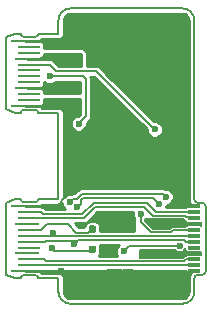
<source format=gtl>
G04 #@! TF.GenerationSoftware,KiCad,Pcbnew,5.0.1*
G04 #@! TF.CreationDate,2018-12-03T20:07:42+01:00*
G04 #@! TF.ProjectId,pd-buddy-wye,70642D62756464792D7779652E6B6963,v1.2*
G04 #@! TF.SameCoordinates,Original*
G04 #@! TF.FileFunction,Copper,L1,Top,Signal*
G04 #@! TF.FilePolarity,Positive*
%FSLAX46Y46*%
G04 Gerber Fmt 4.6, Leading zero omitted, Abs format (unit mm)*
G04 Created by KiCad (PCBNEW 5.0.1) date Mo 03 Dez 2018 20:07:42 CET*
%MOMM*%
%LPD*%
G01*
G04 APERTURE LIST*
G04 #@! TA.AperFunction,NonConductor*
%ADD10C,0.150000*%
G04 #@! TD*
G04 #@! TA.AperFunction,Conductor*
%ADD11C,0.100000*%
G04 #@! TD*
G04 #@! TA.AperFunction,SMDPad,CuDef*
%ADD12C,0.590000*%
G04 #@! TD*
G04 #@! TA.AperFunction,SMDPad,CuDef*
%ADD13R,1.000000X0.340000*%
G04 #@! TD*
G04 #@! TA.AperFunction,SMDPad,CuDef*
%ADD14R,1.150000X0.700000*%
G04 #@! TD*
G04 #@! TA.AperFunction,SMDPad,CuDef*
%ADD15R,0.500000X0.500000*%
G04 #@! TD*
G04 #@! TA.AperFunction,ConnectorPad*
%ADD16R,1.830000X0.250000*%
G04 #@! TD*
G04 #@! TA.AperFunction,ConnectorPad*
%ADD17R,2.380000X0.250000*%
G04 #@! TD*
G04 #@! TA.AperFunction,ConnectorPad*
%ADD18R,2.030000X0.250000*%
G04 #@! TD*
G04 #@! TA.AperFunction,ComponentPad*
%ADD19C,6.400000*%
G04 #@! TD*
G04 #@! TA.AperFunction,ComponentPad*
%ADD20C,0.600000*%
G04 #@! TD*
G04 #@! TA.AperFunction,ViaPad*
%ADD21C,0.700000*%
G04 #@! TD*
G04 #@! TA.AperFunction,ViaPad*
%ADD22C,0.600000*%
G04 #@! TD*
G04 #@! TA.AperFunction,Conductor*
%ADD23C,0.250000*%
G04 #@! TD*
G04 #@! TA.AperFunction,Conductor*
%ADD24C,0.160000*%
G04 #@! TD*
G04 #@! TA.AperFunction,Conductor*
%ADD25C,0.254000*%
G04 #@! TD*
G04 #@! TA.AperFunction,Conductor*
%ADD26C,0.127000*%
G04 #@! TD*
G04 APERTURE END LIST*
D10*
X30900000Y-22550000D02*
X30900000Y-15500000D01*
X30900000Y-38550000D02*
X30900000Y-37400000D01*
X17700000Y-30700000D02*
G75*
G02X17450000Y-30950000I-250000J0D01*
G01*
X16450000Y-30950000D02*
G75*
G02X16200000Y-30700000I0J250000D01*
G01*
X16200000Y-37400000D02*
G75*
G02X16450000Y-37150000I250000J0D01*
G01*
X17450000Y-37150000D02*
G75*
G02X17700000Y-37400000I0J-250000D01*
G01*
X17450000Y-23150000D02*
G75*
G02X17700000Y-23400000I0J-250000D01*
G01*
X16200000Y-23400000D02*
G75*
G02X16450000Y-23150000I250000J0D01*
G01*
X16450000Y-16950000D02*
G75*
G02X16200000Y-16700000I0J250000D01*
G01*
X17700000Y-16700000D02*
G75*
G02X17450000Y-16950000I-250000J0D01*
G01*
X19400000Y-37400000D02*
X19400000Y-38550000D01*
X17700000Y-37400000D02*
X19400000Y-37400000D01*
X16450000Y-37150000D02*
X17450000Y-37150000D01*
X15700000Y-37400000D02*
X16200000Y-37400000D01*
X14950000Y-37100000D02*
X15700000Y-37400000D01*
X14950000Y-31000000D02*
X14950000Y-37100000D01*
X15700000Y-30700000D02*
X14950000Y-31000000D01*
X16200000Y-30700000D02*
X15700000Y-30700000D01*
X17450000Y-30950000D02*
X16450000Y-30950000D01*
X19400000Y-30700000D02*
X17700000Y-30700000D01*
X19400000Y-23400000D02*
X19400000Y-30700000D01*
X17700000Y-23400000D02*
X19400000Y-23400000D01*
X16450000Y-23150000D02*
X17450000Y-23150000D01*
X15700000Y-23400000D02*
X16200000Y-23400000D01*
X14950000Y-23100000D02*
X15700000Y-23400000D01*
X14950000Y-17000000D02*
X14950000Y-23100000D01*
X15700000Y-16700000D02*
X14950000Y-17000000D01*
X16200000Y-16700000D02*
X15700000Y-16700000D01*
X17450000Y-16950000D02*
X16450000Y-16950000D01*
X19400000Y-16700000D02*
X17700000Y-16700000D01*
X19400000Y-15550000D02*
X19400000Y-16700000D01*
X31200000Y-31000000D02*
X31560000Y-31000000D01*
X30900000Y-30700000D02*
G75*
G03X31200000Y-31000000I300000J0D01*
G01*
X31860000Y-31300000D02*
X31860000Y-36800000D01*
X31860000Y-31300000D02*
G75*
G03X31560000Y-31000000I-300000J0D01*
G01*
X31560000Y-37100000D02*
X31200000Y-37100000D01*
X31560000Y-37100000D02*
G75*
G03X31860000Y-36800000I0J300000D01*
G01*
X31200000Y-37100000D02*
G75*
G03X30900000Y-37400000I0J-300000D01*
G01*
X30900000Y-15550000D02*
G75*
G03X29900000Y-14550000I-1000000J0D01*
G01*
X20400000Y-14550000D02*
G75*
G03X19400000Y-15550000I0J-1000000D01*
G01*
X19400000Y-38550000D02*
G75*
G03X20400000Y-39550000I1000000J0D01*
G01*
X29900000Y-39550000D02*
G75*
G03X30900000Y-38550000I0J1000000D01*
G01*
X20400000Y-39550000D02*
X29900000Y-39550000D01*
X29900000Y-14550000D02*
X20400000Y-14550000D01*
X30900000Y-30700000D02*
X30900000Y-22550000D01*
D11*
G04 #@! TO.N,/CC2D*
G04 #@! TO.C,R2*
G36*
X22426958Y-34630710D02*
X22441276Y-34632834D01*
X22455317Y-34636351D01*
X22468946Y-34641228D01*
X22482031Y-34647417D01*
X22494447Y-34654858D01*
X22506073Y-34663481D01*
X22516798Y-34673202D01*
X22526519Y-34683927D01*
X22535142Y-34695553D01*
X22542583Y-34707969D01*
X22548772Y-34721054D01*
X22553649Y-34734683D01*
X22557166Y-34748724D01*
X22559290Y-34763042D01*
X22560000Y-34777500D01*
X22560000Y-35122500D01*
X22559290Y-35136958D01*
X22557166Y-35151276D01*
X22553649Y-35165317D01*
X22548772Y-35178946D01*
X22542583Y-35192031D01*
X22535142Y-35204447D01*
X22526519Y-35216073D01*
X22516798Y-35226798D01*
X22506073Y-35236519D01*
X22494447Y-35245142D01*
X22482031Y-35252583D01*
X22468946Y-35258772D01*
X22455317Y-35263649D01*
X22441276Y-35267166D01*
X22426958Y-35269290D01*
X22412500Y-35270000D01*
X22117500Y-35270000D01*
X22103042Y-35269290D01*
X22088724Y-35267166D01*
X22074683Y-35263649D01*
X22061054Y-35258772D01*
X22047969Y-35252583D01*
X22035553Y-35245142D01*
X22023927Y-35236519D01*
X22013202Y-35226798D01*
X22003481Y-35216073D01*
X21994858Y-35204447D01*
X21987417Y-35192031D01*
X21981228Y-35178946D01*
X21976351Y-35165317D01*
X21972834Y-35151276D01*
X21970710Y-35136958D01*
X21970000Y-35122500D01*
X21970000Y-34777500D01*
X21970710Y-34763042D01*
X21972834Y-34748724D01*
X21976351Y-34734683D01*
X21981228Y-34721054D01*
X21987417Y-34707969D01*
X21994858Y-34695553D01*
X22003481Y-34683927D01*
X22013202Y-34673202D01*
X22023927Y-34663481D01*
X22035553Y-34654858D01*
X22047969Y-34647417D01*
X22061054Y-34641228D01*
X22074683Y-34636351D01*
X22088724Y-34632834D01*
X22103042Y-34630710D01*
X22117500Y-34630000D01*
X22412500Y-34630000D01*
X22426958Y-34630710D01*
X22426958Y-34630710D01*
G37*
D12*
G04 #@! TD*
G04 #@! TO.P,R2,2*
G04 #@! TO.N,/CC2D*
X22265000Y-34950000D03*
D11*
G04 #@! TO.N,GND*
G04 #@! TO.C,R2*
G36*
X23396958Y-34630710D02*
X23411276Y-34632834D01*
X23425317Y-34636351D01*
X23438946Y-34641228D01*
X23452031Y-34647417D01*
X23464447Y-34654858D01*
X23476073Y-34663481D01*
X23486798Y-34673202D01*
X23496519Y-34683927D01*
X23505142Y-34695553D01*
X23512583Y-34707969D01*
X23518772Y-34721054D01*
X23523649Y-34734683D01*
X23527166Y-34748724D01*
X23529290Y-34763042D01*
X23530000Y-34777500D01*
X23530000Y-35122500D01*
X23529290Y-35136958D01*
X23527166Y-35151276D01*
X23523649Y-35165317D01*
X23518772Y-35178946D01*
X23512583Y-35192031D01*
X23505142Y-35204447D01*
X23496519Y-35216073D01*
X23486798Y-35226798D01*
X23476073Y-35236519D01*
X23464447Y-35245142D01*
X23452031Y-35252583D01*
X23438946Y-35258772D01*
X23425317Y-35263649D01*
X23411276Y-35267166D01*
X23396958Y-35269290D01*
X23382500Y-35270000D01*
X23087500Y-35270000D01*
X23073042Y-35269290D01*
X23058724Y-35267166D01*
X23044683Y-35263649D01*
X23031054Y-35258772D01*
X23017969Y-35252583D01*
X23005553Y-35245142D01*
X22993927Y-35236519D01*
X22983202Y-35226798D01*
X22973481Y-35216073D01*
X22964858Y-35204447D01*
X22957417Y-35192031D01*
X22951228Y-35178946D01*
X22946351Y-35165317D01*
X22942834Y-35151276D01*
X22940710Y-35136958D01*
X22940000Y-35122500D01*
X22940000Y-34777500D01*
X22940710Y-34763042D01*
X22942834Y-34748724D01*
X22946351Y-34734683D01*
X22951228Y-34721054D01*
X22957417Y-34707969D01*
X22964858Y-34695553D01*
X22973481Y-34683927D01*
X22983202Y-34673202D01*
X22993927Y-34663481D01*
X23005553Y-34654858D01*
X23017969Y-34647417D01*
X23031054Y-34641228D01*
X23044683Y-34636351D01*
X23058724Y-34632834D01*
X23073042Y-34630710D01*
X23087500Y-34630000D01*
X23382500Y-34630000D01*
X23396958Y-34630710D01*
X23396958Y-34630710D01*
G37*
D12*
G04 #@! TD*
G04 #@! TO.P,R2,1*
G04 #@! TO.N,GND*
X23235000Y-34950000D03*
D11*
G04 #@! TO.N,/CC1D*
G04 #@! TO.C,R1*
G36*
X22426958Y-32930710D02*
X22441276Y-32932834D01*
X22455317Y-32936351D01*
X22468946Y-32941228D01*
X22482031Y-32947417D01*
X22494447Y-32954858D01*
X22506073Y-32963481D01*
X22516798Y-32973202D01*
X22526519Y-32983927D01*
X22535142Y-32995553D01*
X22542583Y-33007969D01*
X22548772Y-33021054D01*
X22553649Y-33034683D01*
X22557166Y-33048724D01*
X22559290Y-33063042D01*
X22560000Y-33077500D01*
X22560000Y-33422500D01*
X22559290Y-33436958D01*
X22557166Y-33451276D01*
X22553649Y-33465317D01*
X22548772Y-33478946D01*
X22542583Y-33492031D01*
X22535142Y-33504447D01*
X22526519Y-33516073D01*
X22516798Y-33526798D01*
X22506073Y-33536519D01*
X22494447Y-33545142D01*
X22482031Y-33552583D01*
X22468946Y-33558772D01*
X22455317Y-33563649D01*
X22441276Y-33567166D01*
X22426958Y-33569290D01*
X22412500Y-33570000D01*
X22117500Y-33570000D01*
X22103042Y-33569290D01*
X22088724Y-33567166D01*
X22074683Y-33563649D01*
X22061054Y-33558772D01*
X22047969Y-33552583D01*
X22035553Y-33545142D01*
X22023927Y-33536519D01*
X22013202Y-33526798D01*
X22003481Y-33516073D01*
X21994858Y-33504447D01*
X21987417Y-33492031D01*
X21981228Y-33478946D01*
X21976351Y-33465317D01*
X21972834Y-33451276D01*
X21970710Y-33436958D01*
X21970000Y-33422500D01*
X21970000Y-33077500D01*
X21970710Y-33063042D01*
X21972834Y-33048724D01*
X21976351Y-33034683D01*
X21981228Y-33021054D01*
X21987417Y-33007969D01*
X21994858Y-32995553D01*
X22003481Y-32983927D01*
X22013202Y-32973202D01*
X22023927Y-32963481D01*
X22035553Y-32954858D01*
X22047969Y-32947417D01*
X22061054Y-32941228D01*
X22074683Y-32936351D01*
X22088724Y-32932834D01*
X22103042Y-32930710D01*
X22117500Y-32930000D01*
X22412500Y-32930000D01*
X22426958Y-32930710D01*
X22426958Y-32930710D01*
G37*
D12*
G04 #@! TD*
G04 #@! TO.P,R1,1*
G04 #@! TO.N,/CC1D*
X22265000Y-33250000D03*
D11*
G04 #@! TO.N,GND*
G04 #@! TO.C,R1*
G36*
X23396958Y-32930710D02*
X23411276Y-32932834D01*
X23425317Y-32936351D01*
X23438946Y-32941228D01*
X23452031Y-32947417D01*
X23464447Y-32954858D01*
X23476073Y-32963481D01*
X23486798Y-32973202D01*
X23496519Y-32983927D01*
X23505142Y-32995553D01*
X23512583Y-33007969D01*
X23518772Y-33021054D01*
X23523649Y-33034683D01*
X23527166Y-33048724D01*
X23529290Y-33063042D01*
X23530000Y-33077500D01*
X23530000Y-33422500D01*
X23529290Y-33436958D01*
X23527166Y-33451276D01*
X23523649Y-33465317D01*
X23518772Y-33478946D01*
X23512583Y-33492031D01*
X23505142Y-33504447D01*
X23496519Y-33516073D01*
X23486798Y-33526798D01*
X23476073Y-33536519D01*
X23464447Y-33545142D01*
X23452031Y-33552583D01*
X23438946Y-33558772D01*
X23425317Y-33563649D01*
X23411276Y-33567166D01*
X23396958Y-33569290D01*
X23382500Y-33570000D01*
X23087500Y-33570000D01*
X23073042Y-33569290D01*
X23058724Y-33567166D01*
X23044683Y-33563649D01*
X23031054Y-33558772D01*
X23017969Y-33552583D01*
X23005553Y-33545142D01*
X22993927Y-33536519D01*
X22983202Y-33526798D01*
X22973481Y-33516073D01*
X22964858Y-33504447D01*
X22957417Y-33492031D01*
X22951228Y-33478946D01*
X22946351Y-33465317D01*
X22942834Y-33451276D01*
X22940710Y-33436958D01*
X22940000Y-33422500D01*
X22940000Y-33077500D01*
X22940710Y-33063042D01*
X22942834Y-33048724D01*
X22946351Y-33034683D01*
X22951228Y-33021054D01*
X22957417Y-33007969D01*
X22964858Y-32995553D01*
X22973481Y-32983927D01*
X22983202Y-32973202D01*
X22993927Y-32963481D01*
X23005553Y-32954858D01*
X23017969Y-32947417D01*
X23031054Y-32941228D01*
X23044683Y-32936351D01*
X23058724Y-32932834D01*
X23073042Y-32930710D01*
X23087500Y-32930000D01*
X23382500Y-32930000D01*
X23396958Y-32930710D01*
X23396958Y-32930710D01*
G37*
D12*
G04 #@! TD*
G04 #@! TO.P,R1,2*
G04 #@! TO.N,GND*
X23235000Y-33250000D03*
D13*
G04 #@! TO.P,P1,A1*
G04 #@! TO.N,GND*
X30860000Y-31300000D03*
G04 #@! TO.P,P1,A2*
G04 #@! TO.N,/TX1+*
X30860000Y-31800000D03*
G04 #@! TO.P,P1,A3*
G04 #@! TO.N,/TX1-*
X30860000Y-32300000D03*
G04 #@! TO.P,P1,A4*
G04 #@! TO.N,VBUS*
X30860000Y-32800000D03*
G04 #@! TO.P,P1,A5*
G04 #@! TO.N,/CC1P*
X30860000Y-33300000D03*
G04 #@! TO.P,P1,A6*
G04 #@! TO.N,/D+*
X30860000Y-33800000D03*
G04 #@! TO.P,P1,A7*
G04 #@! TO.N,/D-*
X30860000Y-34300000D03*
G04 #@! TO.P,P1,A8*
G04 #@! TO.N,Net-(P1-PadA8)*
X30860000Y-34800000D03*
G04 #@! TO.P,P1,A9*
G04 #@! TO.N,VBUS*
X30860000Y-35300000D03*
G04 #@! TO.P,P1,A10*
G04 #@! TO.N,/RX2-*
X30860000Y-35800000D03*
G04 #@! TO.P,P1,A11*
G04 #@! TO.N,/RX2+*
X30860000Y-36300000D03*
G04 #@! TO.P,P1,A12*
G04 #@! TO.N,GND*
X30860000Y-36800000D03*
D14*
G04 #@! TO.P,P1,S1*
X30020000Y-30630000D03*
G04 #@! TD*
D15*
G04 #@! TO.P,J2,S1*
G04 #@! TO.N,GND*
X19650000Y-31300000D03*
D16*
G04 #@! TO.P,J2,A7*
G04 #@! TO.N,/D-*
X16865000Y-34300000D03*
G04 #@! TO.P,J2,A6*
G04 #@! TO.N,/D+*
X16865000Y-33800000D03*
G04 #@! TO.P,J2,A5*
G04 #@! TO.N,/CC1D*
X16865000Y-33300000D03*
G04 #@! TO.P,J2,A8*
G04 #@! TO.N,Net-(J2-PadA8)*
X16865000Y-34800000D03*
G04 #@! TO.P,J2,A3*
G04 #@! TO.N,/TX1-*
X16865000Y-32300000D03*
G04 #@! TO.P,J2,A2*
G04 #@! TO.N,/TX1+*
X16865000Y-31800000D03*
G04 #@! TO.P,J2,A10*
G04 #@! TO.N,/RX2-*
X16865000Y-35800000D03*
G04 #@! TO.P,J2,A11*
G04 #@! TO.N,/RX2+*
X16865000Y-36300000D03*
D17*
G04 #@! TO.P,J2,A1*
G04 #@! TO.N,GND*
X16590000Y-31300000D03*
D18*
G04 #@! TO.P,J2,A4*
G04 #@! TO.N,VBUS*
X16765000Y-32800000D03*
G04 #@! TO.P,J2,A9*
X16765000Y-35300000D03*
D15*
G04 #@! TO.P,J2,S1*
G04 #@! TO.N,GND*
X19650000Y-36800000D03*
D17*
G04 #@! TO.P,J2,A12*
X16590000Y-36800000D03*
G04 #@! TD*
G04 #@! TO.P,J1,A12*
G04 #@! TO.N,GND*
X16590000Y-22800000D03*
D15*
G04 #@! TO.P,J1,S1*
X19650000Y-22800000D03*
D18*
G04 #@! TO.P,J1,A9*
G04 #@! TO.N,VBUS*
X16765000Y-21300000D03*
G04 #@! TO.P,J1,A4*
X16765000Y-18800000D03*
D17*
G04 #@! TO.P,J1,A1*
G04 #@! TO.N,GND*
X16590000Y-17300000D03*
D16*
G04 #@! TO.P,J1,A11*
G04 #@! TO.N,Net-(J1-PadA11)*
X16865000Y-22300000D03*
G04 #@! TO.P,J1,A10*
G04 #@! TO.N,Net-(J1-PadA10)*
X16865000Y-21800000D03*
G04 #@! TO.P,J1,A2*
G04 #@! TO.N,Net-(J1-PadA2)*
X16865000Y-17800000D03*
G04 #@! TO.P,J1,A3*
G04 #@! TO.N,Net-(J1-PadA3)*
X16865000Y-18300000D03*
G04 #@! TO.P,J1,A8*
G04 #@! TO.N,Net-(J1-PadA8)*
X16865000Y-20800000D03*
G04 #@! TO.P,J1,A5*
G04 #@! TO.N,/CC1P*
X16865000Y-19300000D03*
G04 #@! TO.P,J1,A6*
G04 #@! TO.N,Net-(J1-PadA6)*
X16865000Y-19800000D03*
G04 #@! TO.P,J1,A7*
G04 #@! TO.N,Net-(J1-PadA7)*
X16865000Y-20300000D03*
D15*
G04 #@! TO.P,J1,S1*
G04 #@! TO.N,GND*
X19650000Y-17300000D03*
G04 #@! TD*
D19*
G04 #@! TO.P,MK1,1*
G04 #@! TO.N,GND*
X26950000Y-18500000D03*
D20*
G04 #@! TO.P,MK1,*
G04 #@! TO.N,*
X29350000Y-18500000D03*
X28647056Y-20197056D03*
X26950000Y-20900000D03*
X25252944Y-20197056D03*
X24550000Y-18500000D03*
X25252944Y-16802944D03*
X26950000Y-16100000D03*
X28647056Y-16802944D03*
G04 #@! TD*
D21*
G04 #@! TO.N,GND*
X20400000Y-23550000D03*
X20400000Y-23050000D03*
X20400000Y-22550000D03*
X20400000Y-17550000D03*
X20400000Y-17050000D03*
X20400000Y-16550000D03*
D22*
X28950000Y-37850000D03*
X28950000Y-38300000D03*
D21*
X20450000Y-37050000D03*
D22*
X21300000Y-32880000D03*
X23800038Y-34941338D03*
X28900000Y-29200000D03*
X29350000Y-29200000D03*
X29800000Y-29200000D03*
X30250000Y-29200000D03*
X28450000Y-29200000D03*
X28950000Y-36950000D03*
X28950000Y-37400000D03*
X25550000Y-36900000D03*
X25100000Y-36900000D03*
X24650000Y-36900000D03*
X24200000Y-36900000D03*
X23750000Y-36900000D03*
X21300000Y-29450000D03*
X20950000Y-29150000D03*
X20650000Y-28850000D03*
X20350000Y-28550000D03*
D21*
G04 #@! TO.N,VBUS*
X19900000Y-18800000D03*
X20400000Y-18800000D03*
X20900000Y-18800000D03*
X19900022Y-21300000D03*
X20400000Y-21300000D03*
X20900000Y-21300000D03*
D22*
X28450000Y-32850000D03*
X28900000Y-32850000D03*
X28000000Y-32850000D03*
X27550000Y-32850000D03*
X27192091Y-32657236D03*
X28500000Y-35250000D03*
X28050000Y-35250000D03*
X27600000Y-35250000D03*
X26700000Y-35250000D03*
X27150000Y-35250000D03*
G04 #@! TO.N,/D+*
X18950000Y-33600000D03*
G04 #@! TO.N,/D-*
X20749996Y-34500000D03*
G04 #@! TO.N,/CC1P*
X26390000Y-31950000D03*
X27550000Y-24800000D03*
G04 #@! TO.N,/CC2P*
X18649970Y-20300000D03*
X29659991Y-34685021D03*
X24939990Y-35130000D03*
X21100000Y-24300000D03*
G04 #@! TO.N,/CC2D*
X18850000Y-34850000D03*
G04 #@! TO.N,/RX1-*
X27874479Y-31100521D03*
X21000000Y-31400000D03*
G04 #@! TO.N,/RX1+*
X28475521Y-30499479D03*
X20352913Y-30970797D03*
G04 #@! TD*
D23*
G04 #@! TO.N,GND*
X16590000Y-22800000D02*
X20150000Y-22800000D01*
X16590000Y-17300000D02*
X20150000Y-17300000D01*
X16590000Y-31300000D02*
X19650000Y-31300000D01*
X16590000Y-36800000D02*
X19650000Y-36800000D01*
X20200000Y-36800000D02*
X20450000Y-37050000D01*
X19650000Y-36800000D02*
X20200000Y-36800000D01*
D24*
X23235000Y-33250000D02*
X22635001Y-32650001D01*
X21999253Y-32605011D02*
X22590011Y-32605011D01*
X21300000Y-32880000D02*
X21724264Y-32880000D01*
X22590011Y-32605011D02*
X22900832Y-32915832D01*
X22900832Y-32915832D02*
X23235000Y-33250000D01*
X21724264Y-32880000D02*
X21999253Y-32605011D01*
X20350000Y-30190000D02*
X20350000Y-28974264D01*
X19650000Y-31300000D02*
X19650000Y-30890000D01*
X19650000Y-30890000D02*
X20350000Y-30190000D01*
D23*
G04 #@! TO.N,VBUS*
X16765000Y-18800000D02*
X19900000Y-18800000D01*
X16765000Y-21300000D02*
X19900022Y-21300000D01*
D24*
G04 #@! TO.N,/D+*
X18282501Y-33845000D02*
X18237501Y-33800000D01*
X18237501Y-33800000D02*
X16865000Y-33800000D01*
X19450000Y-33845000D02*
X18282501Y-33845000D01*
X19150000Y-33800000D02*
X18950000Y-33600000D01*
X19450000Y-33845000D02*
X19195000Y-33845000D01*
X19195000Y-33845000D02*
X19150000Y-33800000D01*
X29032176Y-33845000D02*
X19450000Y-33845000D01*
X30860000Y-33800000D02*
X30172825Y-33800000D01*
X30127825Y-33845000D02*
X29032176Y-33845000D01*
X30172825Y-33800000D02*
X30127825Y-33845000D01*
G04 #@! TO.N,/D-*
X21000000Y-34255000D02*
X21000000Y-34300000D01*
X21000000Y-34300000D02*
X20750000Y-34550000D01*
X21099989Y-34155011D02*
X21000000Y-34255000D01*
X30860000Y-34300000D02*
X30200000Y-34300000D01*
X30055011Y-34155011D02*
X21099989Y-34155011D01*
X30200000Y-34300000D02*
X30055011Y-34155011D01*
X21000000Y-34255000D02*
X18282501Y-34255000D01*
X18282501Y-34255000D02*
X18237501Y-34300000D01*
X18237501Y-34300000D02*
X16865000Y-34300000D01*
G04 #@! TO.N,/CC1P*
X29088778Y-33349976D02*
X28938754Y-33500000D01*
X27245736Y-33500000D02*
X26390000Y-32644264D01*
X26390000Y-32644264D02*
X26390000Y-32374264D01*
X30200000Y-33300000D02*
X30150024Y-33349976D01*
X26390000Y-32374264D02*
X26390000Y-31950000D01*
X30860000Y-33300000D02*
X30200000Y-33300000D01*
X28938754Y-33500000D02*
X27245736Y-33500000D01*
X30150024Y-33349976D02*
X29088778Y-33349976D01*
X22611579Y-19861579D02*
X27250001Y-24500001D01*
X16865000Y-19300000D02*
X18650000Y-19300000D01*
X19211579Y-19861579D02*
X22611579Y-19861579D01*
X18650000Y-19300000D02*
X19211579Y-19861579D01*
X27250001Y-24500001D02*
X27550000Y-24800000D01*
G04 #@! TO.N,/CC2P*
X25384969Y-34685021D02*
X25239989Y-34830001D01*
X25239989Y-34830001D02*
X24939990Y-35130000D01*
X29659991Y-34685021D02*
X25384969Y-34685021D01*
X21399999Y-24000001D02*
X21100000Y-24300000D01*
X21700000Y-23700000D02*
X21399999Y-24000001D01*
X18649970Y-20300000D02*
X21450000Y-20300000D01*
X21700000Y-20550000D02*
X21700000Y-23700000D01*
X21450000Y-20300000D02*
X21700000Y-20550000D01*
G04 #@! TO.N,/CC1D*
X17940000Y-33300000D02*
X18440000Y-32800000D01*
X18440000Y-32800000D02*
X20191596Y-32800000D01*
X21884998Y-33530002D02*
X22265000Y-33150000D01*
X20191596Y-32800000D02*
X20921598Y-33530002D01*
X20921598Y-33530002D02*
X21884998Y-33530002D01*
X16865000Y-33300000D02*
X17940000Y-33300000D01*
G04 #@! TO.N,/CC2D*
X18850000Y-34900000D02*
X18850000Y-34850000D01*
X19050000Y-35100000D02*
X18850000Y-34900000D01*
X22265000Y-34950000D02*
X22115000Y-35100000D01*
X22115000Y-35100000D02*
X19050000Y-35100000D01*
G04 #@! TO.N,/TX1+*
X22389410Y-30995000D02*
X21404402Y-31980008D01*
X17940000Y-31800000D02*
X16865000Y-31800000D01*
X21404402Y-31980008D02*
X18120008Y-31980008D01*
X18120008Y-31980008D02*
X17940000Y-31800000D01*
X27688200Y-31800000D02*
X26883200Y-30995000D01*
X30860000Y-31800000D02*
X27688200Y-31800000D01*
X26883200Y-30995000D02*
X22389410Y-30995000D01*
G04 #@! TO.N,/TX1-*
X17940000Y-32300000D02*
X16865000Y-32300000D01*
X21522827Y-32300000D02*
X17940000Y-32300000D01*
X22472827Y-31350000D02*
X21522827Y-32300000D01*
X26634404Y-31350000D02*
X22472827Y-31350000D01*
X27549780Y-32100000D02*
X27384404Y-32100000D01*
X27384404Y-32100000D02*
X26634404Y-31350000D01*
X30760001Y-32200001D02*
X30175999Y-32200001D01*
X30860000Y-32300000D02*
X30760001Y-32200001D01*
X30129999Y-32154001D02*
X30129999Y-32110010D01*
X30129999Y-32110010D02*
X27559790Y-32110010D01*
X30175999Y-32200001D02*
X30129999Y-32154001D01*
X27559790Y-32110010D02*
X27549780Y-32100000D01*
G04 #@! TO.N,/RX2-*
X30200000Y-35800000D02*
X30860000Y-35800000D01*
X30050000Y-35950000D02*
X30200000Y-35800000D01*
X18307658Y-35950000D02*
X30050000Y-35950000D01*
X16865000Y-35800000D02*
X18157658Y-35800000D01*
X18157658Y-35800000D02*
X18307658Y-35950000D01*
G04 #@! TO.N,/RX2+*
X16865000Y-36300000D02*
X30200000Y-36300000D01*
X30200000Y-36300000D02*
X30860000Y-36300000D01*
G04 #@! TO.N,/RX1-*
X21299999Y-31100001D02*
X21000000Y-31400000D01*
X21299999Y-30800001D02*
X21299999Y-31100001D01*
X21470000Y-30630000D02*
X21299999Y-30800001D01*
X27874479Y-31100521D02*
X27403958Y-30630000D01*
X27403958Y-30630000D02*
X21470000Y-30630000D01*
G04 #@! TO.N,/RX1+*
X20929202Y-30670798D02*
X20652912Y-30670798D01*
X21350000Y-30250000D02*
X20929202Y-30670798D01*
X20652912Y-30670798D02*
X20352913Y-30970797D01*
X28475521Y-30499479D02*
X28226042Y-30250000D01*
X28226042Y-30250000D02*
X21350000Y-30250000D01*
G04 #@! TD*
D25*
G04 #@! TO.N,GND*
G36*
X30211341Y-36828894D02*
X30360000Y-36858464D01*
X30684781Y-36858464D01*
X30654285Y-36888961D01*
X30608718Y-36934528D01*
X30543686Y-37031854D01*
X30488069Y-37166126D01*
X30475598Y-37196234D01*
X30452762Y-37311039D01*
X30452762Y-37311047D01*
X30444001Y-37355091D01*
X30444000Y-38505088D01*
X30394337Y-38754761D01*
X30278349Y-38928349D01*
X30104761Y-39044337D01*
X29855089Y-39094000D01*
X20444911Y-39094000D01*
X20195239Y-39044337D01*
X20021651Y-38928349D01*
X19905663Y-38754761D01*
X19856000Y-38505089D01*
X19856000Y-37444909D01*
X19864933Y-37400000D01*
X19829542Y-37222078D01*
X19728757Y-37071243D01*
X19577922Y-36970458D01*
X19444909Y-36944000D01*
X19400000Y-36935067D01*
X19355091Y-36944000D01*
X17980045Y-36944000D01*
X17943022Y-36906978D01*
X17880118Y-36844073D01*
X17880117Y-36844072D01*
X17821849Y-36805140D01*
X17928659Y-36783894D01*
X17962923Y-36761000D01*
X30109730Y-36761000D01*
X30211341Y-36828894D01*
X30211341Y-36828894D01*
G37*
X30211341Y-36828894D02*
X30360000Y-36858464D01*
X30684781Y-36858464D01*
X30654285Y-36888961D01*
X30608718Y-36934528D01*
X30543686Y-37031854D01*
X30488069Y-37166126D01*
X30475598Y-37196234D01*
X30452762Y-37311039D01*
X30452762Y-37311047D01*
X30444001Y-37355091D01*
X30444000Y-38505088D01*
X30394337Y-38754761D01*
X30278349Y-38928349D01*
X30104761Y-39044337D01*
X29855089Y-39094000D01*
X20444911Y-39094000D01*
X20195239Y-39044337D01*
X20021651Y-38928349D01*
X19905663Y-38754761D01*
X19856000Y-38505089D01*
X19856000Y-37444909D01*
X19864933Y-37400000D01*
X19829542Y-37222078D01*
X19728757Y-37071243D01*
X19577922Y-36970458D01*
X19444909Y-36944000D01*
X19400000Y-36935067D01*
X19355091Y-36944000D01*
X17980045Y-36944000D01*
X17943022Y-36906978D01*
X17880118Y-36844073D01*
X17880117Y-36844072D01*
X17821849Y-36805140D01*
X17928659Y-36783894D01*
X17962923Y-36761000D01*
X30109730Y-36761000D01*
X30211341Y-36828894D01*
G36*
X24362666Y-34744244D02*
X24258990Y-34994541D01*
X24258990Y-35265459D01*
X24351583Y-35489000D01*
X22799826Y-35489000D01*
X22907666Y-35327605D01*
X22948464Y-35122500D01*
X22948464Y-34777500D01*
X22916342Y-34616011D01*
X24490899Y-34616011D01*
X24362666Y-34744244D01*
X24362666Y-34744244D01*
G37*
X24362666Y-34744244D02*
X24258990Y-34994541D01*
X24258990Y-35265459D01*
X24351583Y-35489000D01*
X22799826Y-35489000D01*
X22907666Y-35327605D01*
X22948464Y-35122500D01*
X22948464Y-34777500D01*
X22916342Y-34616011D01*
X24490899Y-34616011D01*
X24362666Y-34744244D01*
G36*
X25709000Y-31814541D02*
X25709000Y-32085459D01*
X25812676Y-32335756D01*
X25819000Y-32342080D01*
X25819000Y-33384000D01*
X22948464Y-33384000D01*
X22948464Y-33077500D01*
X22907666Y-32872395D01*
X22791484Y-32698516D01*
X22617605Y-32582334D01*
X22412500Y-32541536D01*
X22117500Y-32541536D01*
X21912395Y-32582334D01*
X21869438Y-32611037D01*
X21880908Y-32593872D01*
X22663780Y-31811000D01*
X25710467Y-31811000D01*
X25709000Y-31814541D01*
X25709000Y-31814541D01*
G37*
X25709000Y-31814541D02*
X25709000Y-32085459D01*
X25812676Y-32335756D01*
X25819000Y-32342080D01*
X25819000Y-33384000D01*
X22948464Y-33384000D01*
X22948464Y-33077500D01*
X22907666Y-32872395D01*
X22791484Y-32698516D01*
X22617605Y-32582334D01*
X22412500Y-32541536D01*
X22117500Y-32541536D01*
X21912395Y-32582334D01*
X21869438Y-32611037D01*
X21880908Y-32593872D01*
X22663780Y-31811000D01*
X25710467Y-31811000D01*
X25709000Y-31814541D01*
G36*
X21622334Y-32872395D02*
X21583226Y-33069002D01*
X21112550Y-33069002D01*
X20804548Y-32761000D01*
X21477430Y-32761000D01*
X21522827Y-32770030D01*
X21568224Y-32761000D01*
X21568229Y-32761000D01*
X21702700Y-32734252D01*
X21724267Y-32719842D01*
X21622334Y-32872395D01*
X21622334Y-32872395D01*
G37*
X21622334Y-32872395D02*
X21583226Y-33069002D01*
X21112550Y-33069002D01*
X20804548Y-32761000D01*
X21477430Y-32761000D01*
X21522827Y-32770030D01*
X21568224Y-32761000D01*
X21568229Y-32761000D01*
X21702700Y-32734252D01*
X21724267Y-32719842D01*
X21622334Y-32872395D01*
G36*
X19671913Y-31106256D02*
X19775589Y-31356553D01*
X19938044Y-31519008D01*
X18310960Y-31519008D01*
X18298081Y-31506129D01*
X18272362Y-31467638D01*
X18119873Y-31365748D01*
X17985402Y-31339000D01*
X17985397Y-31339000D01*
X17953396Y-31332635D01*
X17928659Y-31316106D01*
X17821849Y-31294860D01*
X17880116Y-31255928D01*
X17880118Y-31255927D01*
X17943022Y-31193022D01*
X17980045Y-31156000D01*
X19355091Y-31156000D01*
X19400000Y-31164933D01*
X19444909Y-31156000D01*
X19577922Y-31129542D01*
X19671913Y-31066739D01*
X19671913Y-31106256D01*
X19671913Y-31106256D01*
G37*
X19671913Y-31106256D02*
X19775589Y-31356553D01*
X19938044Y-31519008D01*
X18310960Y-31519008D01*
X18298081Y-31506129D01*
X18272362Y-31467638D01*
X18119873Y-31365748D01*
X17985402Y-31339000D01*
X17985397Y-31339000D01*
X17953396Y-31332635D01*
X17928659Y-31316106D01*
X17821849Y-31294860D01*
X17880116Y-31255928D01*
X17880118Y-31255927D01*
X17943022Y-31193022D01*
X17980045Y-31156000D01*
X19355091Y-31156000D01*
X19400000Y-31164933D01*
X19444909Y-31156000D01*
X19577922Y-31129542D01*
X19671913Y-31066739D01*
X19671913Y-31106256D01*
G36*
X30104761Y-15055663D02*
X30278349Y-15171651D01*
X30394337Y-15345239D01*
X30444001Y-15594916D01*
X30444000Y-22594908D01*
X30444001Y-22594913D01*
X30444000Y-30744908D01*
X30452762Y-30788957D01*
X30452762Y-30788961D01*
X30475598Y-30903766D01*
X30543686Y-31068146D01*
X30608716Y-31165470D01*
X30608717Y-31165471D01*
X30684781Y-31241536D01*
X30360000Y-31241536D01*
X30211341Y-31271106D01*
X30109730Y-31339000D01*
X28512807Y-31339000D01*
X28555479Y-31235980D01*
X28555479Y-31180479D01*
X28610980Y-31180479D01*
X28861277Y-31076803D01*
X29052845Y-30885235D01*
X29156521Y-30634938D01*
X29156521Y-30364020D01*
X29052845Y-30113723D01*
X28861277Y-29922155D01*
X28610980Y-29818479D01*
X28410002Y-29818479D01*
X28405915Y-29815748D01*
X28271444Y-29789000D01*
X28271439Y-29789000D01*
X28226042Y-29779970D01*
X28180645Y-29789000D01*
X21395396Y-29789000D01*
X21349999Y-29779970D01*
X21304602Y-29789000D01*
X21304598Y-29789000D01*
X21170127Y-29815748D01*
X21170125Y-29815749D01*
X21170126Y-29815749D01*
X21056127Y-29891920D01*
X21056126Y-29891921D01*
X21017638Y-29917638D01*
X20991921Y-29956126D01*
X20738250Y-30209798D01*
X20698314Y-30209798D01*
X20652912Y-30200767D01*
X20607510Y-30209798D01*
X20473039Y-30236546D01*
X20393343Y-30289797D01*
X20217454Y-30289797D01*
X19967157Y-30393473D01*
X19856000Y-30504630D01*
X19856000Y-23444909D01*
X19864933Y-23400000D01*
X19829542Y-23222078D01*
X19728757Y-23071243D01*
X19577922Y-22970458D01*
X19444909Y-22944000D01*
X19400000Y-22935067D01*
X19355091Y-22944000D01*
X17980045Y-22944000D01*
X17943022Y-22906978D01*
X17880118Y-22844073D01*
X17880117Y-22844072D01*
X17821849Y-22805140D01*
X17928659Y-22783894D01*
X18054686Y-22699686D01*
X18138894Y-22573659D01*
X18168464Y-22425000D01*
X18168464Y-22181000D01*
X21239001Y-22181000D01*
X21239001Y-23509047D01*
X21129048Y-23619000D01*
X20964541Y-23619000D01*
X20714244Y-23722676D01*
X20522676Y-23914244D01*
X20419000Y-24164541D01*
X20419000Y-24435459D01*
X20522676Y-24685756D01*
X20714244Y-24877324D01*
X20964541Y-24981000D01*
X21235459Y-24981000D01*
X21485756Y-24877324D01*
X21677324Y-24685756D01*
X21781000Y-24435459D01*
X21781000Y-24270952D01*
X21993871Y-24058081D01*
X22032362Y-24032362D01*
X22134252Y-23879873D01*
X22161000Y-23745402D01*
X22161000Y-23745398D01*
X22170030Y-23700001D01*
X22161000Y-23654604D01*
X22161000Y-20595396D01*
X22170030Y-20549999D01*
X22161000Y-20504602D01*
X22161000Y-20504598D01*
X22134252Y-20370127D01*
X22102481Y-20322579D01*
X22420627Y-20322579D01*
X26869000Y-24770953D01*
X26869000Y-24935459D01*
X26972676Y-25185756D01*
X27164244Y-25377324D01*
X27414541Y-25481000D01*
X27685459Y-25481000D01*
X27935756Y-25377324D01*
X28127324Y-25185756D01*
X28231000Y-24935459D01*
X28231000Y-24664541D01*
X28127324Y-24414244D01*
X27935756Y-24222676D01*
X27685459Y-24119000D01*
X27520953Y-24119000D01*
X23463550Y-20061597D01*
X24571944Y-20061597D01*
X24571944Y-20332515D01*
X24675620Y-20582812D01*
X24867188Y-20774380D01*
X25117485Y-20878056D01*
X25388403Y-20878056D01*
X25638700Y-20774380D01*
X25648539Y-20764541D01*
X26269000Y-20764541D01*
X26269000Y-21035459D01*
X26372676Y-21285756D01*
X26564244Y-21477324D01*
X26814541Y-21581000D01*
X27085459Y-21581000D01*
X27335756Y-21477324D01*
X27527324Y-21285756D01*
X27631000Y-21035459D01*
X27631000Y-20764541D01*
X27527324Y-20514244D01*
X27335756Y-20322676D01*
X27085459Y-20219000D01*
X26814541Y-20219000D01*
X26564244Y-20322676D01*
X26372676Y-20514244D01*
X26269000Y-20764541D01*
X25648539Y-20764541D01*
X25830268Y-20582812D01*
X25933944Y-20332515D01*
X25933944Y-20061597D01*
X27966056Y-20061597D01*
X27966056Y-20332515D01*
X28069732Y-20582812D01*
X28261300Y-20774380D01*
X28511597Y-20878056D01*
X28782515Y-20878056D01*
X29032812Y-20774380D01*
X29224380Y-20582812D01*
X29328056Y-20332515D01*
X29328056Y-20061597D01*
X29224380Y-19811300D01*
X29032812Y-19619732D01*
X28782515Y-19516056D01*
X28511597Y-19516056D01*
X28261300Y-19619732D01*
X28069732Y-19811300D01*
X27966056Y-20061597D01*
X25933944Y-20061597D01*
X25830268Y-19811300D01*
X25638700Y-19619732D01*
X25388403Y-19516056D01*
X25117485Y-19516056D01*
X24867188Y-19619732D01*
X24675620Y-19811300D01*
X24571944Y-20061597D01*
X23463550Y-20061597D01*
X22969659Y-19567707D01*
X22943941Y-19529217D01*
X22791452Y-19427327D01*
X22656981Y-19400579D01*
X22656976Y-19400579D01*
X22611579Y-19391549D01*
X22566182Y-19400579D01*
X21781000Y-19400579D01*
X21781000Y-18364541D01*
X23869000Y-18364541D01*
X23869000Y-18635459D01*
X23972676Y-18885756D01*
X24164244Y-19077324D01*
X24414541Y-19181000D01*
X24685459Y-19181000D01*
X24935756Y-19077324D01*
X25127324Y-18885756D01*
X25231000Y-18635459D01*
X25231000Y-18364541D01*
X28669000Y-18364541D01*
X28669000Y-18635459D01*
X28772676Y-18885756D01*
X28964244Y-19077324D01*
X29214541Y-19181000D01*
X29485459Y-19181000D01*
X29735756Y-19077324D01*
X29927324Y-18885756D01*
X30031000Y-18635459D01*
X30031000Y-18364541D01*
X29927324Y-18114244D01*
X29735756Y-17922676D01*
X29485459Y-17819000D01*
X29214541Y-17819000D01*
X28964244Y-17922676D01*
X28772676Y-18114244D01*
X28669000Y-18364541D01*
X25231000Y-18364541D01*
X25127324Y-18114244D01*
X24935756Y-17922676D01*
X24685459Y-17819000D01*
X24414541Y-17819000D01*
X24164244Y-17922676D01*
X23972676Y-18114244D01*
X23869000Y-18364541D01*
X21781000Y-18364541D01*
X21781000Y-18300000D01*
X21751998Y-18154198D01*
X21669408Y-18030592D01*
X21545802Y-17948002D01*
X21400000Y-17919000D01*
X18168464Y-17919000D01*
X18168464Y-17675000D01*
X18138894Y-17526341D01*
X18054686Y-17400314D01*
X17928659Y-17316106D01*
X17821849Y-17294860D01*
X17880116Y-17255928D01*
X17880118Y-17255927D01*
X17943022Y-17193022D01*
X17980045Y-17156000D01*
X19355091Y-17156000D01*
X19400000Y-17164933D01*
X19444909Y-17156000D01*
X19577922Y-17129542D01*
X19728757Y-17028757D01*
X19829542Y-16877922D01*
X19864933Y-16700000D01*
X19858466Y-16667485D01*
X24571944Y-16667485D01*
X24571944Y-16938403D01*
X24675620Y-17188700D01*
X24867188Y-17380268D01*
X25117485Y-17483944D01*
X25388403Y-17483944D01*
X25638700Y-17380268D01*
X25830268Y-17188700D01*
X25933944Y-16938403D01*
X25933944Y-16667485D01*
X25830268Y-16417188D01*
X25638700Y-16225620D01*
X25388403Y-16121944D01*
X25117485Y-16121944D01*
X24867188Y-16225620D01*
X24675620Y-16417188D01*
X24571944Y-16667485D01*
X19858466Y-16667485D01*
X19856000Y-16655091D01*
X19856000Y-15964541D01*
X26269000Y-15964541D01*
X26269000Y-16235459D01*
X26372676Y-16485756D01*
X26564244Y-16677324D01*
X26814541Y-16781000D01*
X27085459Y-16781000D01*
X27335756Y-16677324D01*
X27345595Y-16667485D01*
X27966056Y-16667485D01*
X27966056Y-16938403D01*
X28069732Y-17188700D01*
X28261300Y-17380268D01*
X28511597Y-17483944D01*
X28782515Y-17483944D01*
X29032812Y-17380268D01*
X29224380Y-17188700D01*
X29328056Y-16938403D01*
X29328056Y-16667485D01*
X29224380Y-16417188D01*
X29032812Y-16225620D01*
X28782515Y-16121944D01*
X28511597Y-16121944D01*
X28261300Y-16225620D01*
X28069732Y-16417188D01*
X27966056Y-16667485D01*
X27345595Y-16667485D01*
X27527324Y-16485756D01*
X27631000Y-16235459D01*
X27631000Y-15964541D01*
X27527324Y-15714244D01*
X27335756Y-15522676D01*
X27085459Y-15419000D01*
X26814541Y-15419000D01*
X26564244Y-15522676D01*
X26372676Y-15714244D01*
X26269000Y-15964541D01*
X19856000Y-15964541D01*
X19856000Y-15594911D01*
X19905663Y-15345239D01*
X20021651Y-15171651D01*
X20195239Y-15055663D01*
X20444911Y-15006000D01*
X29855089Y-15006000D01*
X30104761Y-15055663D01*
X30104761Y-15055663D01*
G37*
X30104761Y-15055663D02*
X30278349Y-15171651D01*
X30394337Y-15345239D01*
X30444001Y-15594916D01*
X30444000Y-22594908D01*
X30444001Y-22594913D01*
X30444000Y-30744908D01*
X30452762Y-30788957D01*
X30452762Y-30788961D01*
X30475598Y-30903766D01*
X30543686Y-31068146D01*
X30608716Y-31165470D01*
X30608717Y-31165471D01*
X30684781Y-31241536D01*
X30360000Y-31241536D01*
X30211341Y-31271106D01*
X30109730Y-31339000D01*
X28512807Y-31339000D01*
X28555479Y-31235980D01*
X28555479Y-31180479D01*
X28610980Y-31180479D01*
X28861277Y-31076803D01*
X29052845Y-30885235D01*
X29156521Y-30634938D01*
X29156521Y-30364020D01*
X29052845Y-30113723D01*
X28861277Y-29922155D01*
X28610980Y-29818479D01*
X28410002Y-29818479D01*
X28405915Y-29815748D01*
X28271444Y-29789000D01*
X28271439Y-29789000D01*
X28226042Y-29779970D01*
X28180645Y-29789000D01*
X21395396Y-29789000D01*
X21349999Y-29779970D01*
X21304602Y-29789000D01*
X21304598Y-29789000D01*
X21170127Y-29815748D01*
X21170125Y-29815749D01*
X21170126Y-29815749D01*
X21056127Y-29891920D01*
X21056126Y-29891921D01*
X21017638Y-29917638D01*
X20991921Y-29956126D01*
X20738250Y-30209798D01*
X20698314Y-30209798D01*
X20652912Y-30200767D01*
X20607510Y-30209798D01*
X20473039Y-30236546D01*
X20393343Y-30289797D01*
X20217454Y-30289797D01*
X19967157Y-30393473D01*
X19856000Y-30504630D01*
X19856000Y-23444909D01*
X19864933Y-23400000D01*
X19829542Y-23222078D01*
X19728757Y-23071243D01*
X19577922Y-22970458D01*
X19444909Y-22944000D01*
X19400000Y-22935067D01*
X19355091Y-22944000D01*
X17980045Y-22944000D01*
X17943022Y-22906978D01*
X17880118Y-22844073D01*
X17880117Y-22844072D01*
X17821849Y-22805140D01*
X17928659Y-22783894D01*
X18054686Y-22699686D01*
X18138894Y-22573659D01*
X18168464Y-22425000D01*
X18168464Y-22181000D01*
X21239001Y-22181000D01*
X21239001Y-23509047D01*
X21129048Y-23619000D01*
X20964541Y-23619000D01*
X20714244Y-23722676D01*
X20522676Y-23914244D01*
X20419000Y-24164541D01*
X20419000Y-24435459D01*
X20522676Y-24685756D01*
X20714244Y-24877324D01*
X20964541Y-24981000D01*
X21235459Y-24981000D01*
X21485756Y-24877324D01*
X21677324Y-24685756D01*
X21781000Y-24435459D01*
X21781000Y-24270952D01*
X21993871Y-24058081D01*
X22032362Y-24032362D01*
X22134252Y-23879873D01*
X22161000Y-23745402D01*
X22161000Y-23745398D01*
X22170030Y-23700001D01*
X22161000Y-23654604D01*
X22161000Y-20595396D01*
X22170030Y-20549999D01*
X22161000Y-20504602D01*
X22161000Y-20504598D01*
X22134252Y-20370127D01*
X22102481Y-20322579D01*
X22420627Y-20322579D01*
X26869000Y-24770953D01*
X26869000Y-24935459D01*
X26972676Y-25185756D01*
X27164244Y-25377324D01*
X27414541Y-25481000D01*
X27685459Y-25481000D01*
X27935756Y-25377324D01*
X28127324Y-25185756D01*
X28231000Y-24935459D01*
X28231000Y-24664541D01*
X28127324Y-24414244D01*
X27935756Y-24222676D01*
X27685459Y-24119000D01*
X27520953Y-24119000D01*
X23463550Y-20061597D01*
X24571944Y-20061597D01*
X24571944Y-20332515D01*
X24675620Y-20582812D01*
X24867188Y-20774380D01*
X25117485Y-20878056D01*
X25388403Y-20878056D01*
X25638700Y-20774380D01*
X25648539Y-20764541D01*
X26269000Y-20764541D01*
X26269000Y-21035459D01*
X26372676Y-21285756D01*
X26564244Y-21477324D01*
X26814541Y-21581000D01*
X27085459Y-21581000D01*
X27335756Y-21477324D01*
X27527324Y-21285756D01*
X27631000Y-21035459D01*
X27631000Y-20764541D01*
X27527324Y-20514244D01*
X27335756Y-20322676D01*
X27085459Y-20219000D01*
X26814541Y-20219000D01*
X26564244Y-20322676D01*
X26372676Y-20514244D01*
X26269000Y-20764541D01*
X25648539Y-20764541D01*
X25830268Y-20582812D01*
X25933944Y-20332515D01*
X25933944Y-20061597D01*
X27966056Y-20061597D01*
X27966056Y-20332515D01*
X28069732Y-20582812D01*
X28261300Y-20774380D01*
X28511597Y-20878056D01*
X28782515Y-20878056D01*
X29032812Y-20774380D01*
X29224380Y-20582812D01*
X29328056Y-20332515D01*
X29328056Y-20061597D01*
X29224380Y-19811300D01*
X29032812Y-19619732D01*
X28782515Y-19516056D01*
X28511597Y-19516056D01*
X28261300Y-19619732D01*
X28069732Y-19811300D01*
X27966056Y-20061597D01*
X25933944Y-20061597D01*
X25830268Y-19811300D01*
X25638700Y-19619732D01*
X25388403Y-19516056D01*
X25117485Y-19516056D01*
X24867188Y-19619732D01*
X24675620Y-19811300D01*
X24571944Y-20061597D01*
X23463550Y-20061597D01*
X22969659Y-19567707D01*
X22943941Y-19529217D01*
X22791452Y-19427327D01*
X22656981Y-19400579D01*
X22656976Y-19400579D01*
X22611579Y-19391549D01*
X22566182Y-19400579D01*
X21781000Y-19400579D01*
X21781000Y-18364541D01*
X23869000Y-18364541D01*
X23869000Y-18635459D01*
X23972676Y-18885756D01*
X24164244Y-19077324D01*
X24414541Y-19181000D01*
X24685459Y-19181000D01*
X24935756Y-19077324D01*
X25127324Y-18885756D01*
X25231000Y-18635459D01*
X25231000Y-18364541D01*
X28669000Y-18364541D01*
X28669000Y-18635459D01*
X28772676Y-18885756D01*
X28964244Y-19077324D01*
X29214541Y-19181000D01*
X29485459Y-19181000D01*
X29735756Y-19077324D01*
X29927324Y-18885756D01*
X30031000Y-18635459D01*
X30031000Y-18364541D01*
X29927324Y-18114244D01*
X29735756Y-17922676D01*
X29485459Y-17819000D01*
X29214541Y-17819000D01*
X28964244Y-17922676D01*
X28772676Y-18114244D01*
X28669000Y-18364541D01*
X25231000Y-18364541D01*
X25127324Y-18114244D01*
X24935756Y-17922676D01*
X24685459Y-17819000D01*
X24414541Y-17819000D01*
X24164244Y-17922676D01*
X23972676Y-18114244D01*
X23869000Y-18364541D01*
X21781000Y-18364541D01*
X21781000Y-18300000D01*
X21751998Y-18154198D01*
X21669408Y-18030592D01*
X21545802Y-17948002D01*
X21400000Y-17919000D01*
X18168464Y-17919000D01*
X18168464Y-17675000D01*
X18138894Y-17526341D01*
X18054686Y-17400314D01*
X17928659Y-17316106D01*
X17821849Y-17294860D01*
X17880116Y-17255928D01*
X17880118Y-17255927D01*
X17943022Y-17193022D01*
X17980045Y-17156000D01*
X19355091Y-17156000D01*
X19400000Y-17164933D01*
X19444909Y-17156000D01*
X19577922Y-17129542D01*
X19728757Y-17028757D01*
X19829542Y-16877922D01*
X19864933Y-16700000D01*
X19858466Y-16667485D01*
X24571944Y-16667485D01*
X24571944Y-16938403D01*
X24675620Y-17188700D01*
X24867188Y-17380268D01*
X25117485Y-17483944D01*
X25388403Y-17483944D01*
X25638700Y-17380268D01*
X25830268Y-17188700D01*
X25933944Y-16938403D01*
X25933944Y-16667485D01*
X25830268Y-16417188D01*
X25638700Y-16225620D01*
X25388403Y-16121944D01*
X25117485Y-16121944D01*
X24867188Y-16225620D01*
X24675620Y-16417188D01*
X24571944Y-16667485D01*
X19858466Y-16667485D01*
X19856000Y-16655091D01*
X19856000Y-15964541D01*
X26269000Y-15964541D01*
X26269000Y-16235459D01*
X26372676Y-16485756D01*
X26564244Y-16677324D01*
X26814541Y-16781000D01*
X27085459Y-16781000D01*
X27335756Y-16677324D01*
X27345595Y-16667485D01*
X27966056Y-16667485D01*
X27966056Y-16938403D01*
X28069732Y-17188700D01*
X28261300Y-17380268D01*
X28511597Y-17483944D01*
X28782515Y-17483944D01*
X29032812Y-17380268D01*
X29224380Y-17188700D01*
X29328056Y-16938403D01*
X29328056Y-16667485D01*
X29224380Y-16417188D01*
X29032812Y-16225620D01*
X28782515Y-16121944D01*
X28511597Y-16121944D01*
X28261300Y-16225620D01*
X28069732Y-16417188D01*
X27966056Y-16667485D01*
X27345595Y-16667485D01*
X27527324Y-16485756D01*
X27631000Y-16235459D01*
X27631000Y-15964541D01*
X27527324Y-15714244D01*
X27335756Y-15522676D01*
X27085459Y-15419000D01*
X26814541Y-15419000D01*
X26564244Y-15522676D01*
X26372676Y-15714244D01*
X26269000Y-15964541D01*
X19856000Y-15964541D01*
X19856000Y-15594911D01*
X19905663Y-15345239D01*
X20021651Y-15171651D01*
X20195239Y-15055663D01*
X20444911Y-15006000D01*
X29855089Y-15006000D01*
X30104761Y-15055663D01*
G04 #@! TO.N,VBUS*
G36*
X21239000Y-21673000D02*
X18168066Y-21673000D01*
X18138894Y-21526341D01*
X18054686Y-21400314D01*
X17928659Y-21316106D01*
X17847688Y-21300000D01*
X17928659Y-21283894D01*
X18054686Y-21199686D01*
X18138894Y-21073659D01*
X18168464Y-20925000D01*
X18168464Y-20781574D01*
X18264214Y-20877324D01*
X18514511Y-20981000D01*
X18785429Y-20981000D01*
X19035726Y-20877324D01*
X19152050Y-20761000D01*
X21239000Y-20761000D01*
X21239000Y-21673000D01*
X21239000Y-21673000D01*
G37*
X21239000Y-21673000D02*
X18168066Y-21673000D01*
X18138894Y-21526341D01*
X18054686Y-21400314D01*
X17928659Y-21316106D01*
X17847688Y-21300000D01*
X17928659Y-21283894D01*
X18054686Y-21199686D01*
X18138894Y-21073659D01*
X18168464Y-20925000D01*
X18168464Y-20781574D01*
X18264214Y-20877324D01*
X18514511Y-20981000D01*
X18785429Y-20981000D01*
X19035726Y-20877324D01*
X19152050Y-20761000D01*
X21239000Y-20761000D01*
X21239000Y-21673000D01*
G36*
X21273000Y-19400579D02*
X19402531Y-19400579D01*
X19008081Y-19006129D01*
X18982362Y-18967638D01*
X18829873Y-18865748D01*
X18695402Y-18839000D01*
X18695397Y-18839000D01*
X18650000Y-18829970D01*
X18604603Y-18839000D01*
X17962923Y-18839000D01*
X17928659Y-18816106D01*
X17847688Y-18800000D01*
X17928659Y-18783894D01*
X18054686Y-18699686D01*
X18138894Y-18573659D01*
X18168066Y-18427000D01*
X21273000Y-18427000D01*
X21273000Y-19400579D01*
X21273000Y-19400579D01*
G37*
X21273000Y-19400579D02*
X19402531Y-19400579D01*
X19008081Y-19006129D01*
X18982362Y-18967638D01*
X18829873Y-18865748D01*
X18695402Y-18839000D01*
X18695397Y-18839000D01*
X18650000Y-18829970D01*
X18604603Y-18839000D01*
X17962923Y-18839000D01*
X17928659Y-18816106D01*
X17847688Y-18800000D01*
X17928659Y-18783894D01*
X18054686Y-18699686D01*
X18138894Y-18573659D01*
X18168066Y-18427000D01*
X21273000Y-18427000D01*
X21273000Y-19400579D01*
D26*
G36*
X30145467Y-34970000D02*
X30149589Y-35011853D01*
X30161797Y-35052098D01*
X30181622Y-35089188D01*
X30208302Y-35121698D01*
X30240812Y-35148378D01*
X30277902Y-35168203D01*
X30318147Y-35180411D01*
X30360000Y-35184533D01*
X31360000Y-35184533D01*
X31401853Y-35180411D01*
X31442098Y-35168203D01*
X31479188Y-35148378D01*
X31486500Y-35142377D01*
X31486500Y-35457623D01*
X31479188Y-35451622D01*
X31442098Y-35431797D01*
X31401853Y-35419589D01*
X31360000Y-35415467D01*
X30360000Y-35415467D01*
X30318147Y-35419589D01*
X30277902Y-35431797D01*
X30240812Y-35451622D01*
X30208302Y-35478302D01*
X30185124Y-35506545D01*
X30142464Y-35510747D01*
X30087139Y-35527529D01*
X30036151Y-35554783D01*
X29991460Y-35591460D01*
X29982266Y-35602663D01*
X29928429Y-35656500D01*
X26263500Y-35656500D01*
X26263500Y-34978521D01*
X29238520Y-34978521D01*
X29261129Y-35012358D01*
X29332654Y-35083883D01*
X29416757Y-35140079D01*
X29510208Y-35178788D01*
X29609416Y-35198521D01*
X29710566Y-35198521D01*
X29809774Y-35178788D01*
X29903225Y-35140079D01*
X29987328Y-35083883D01*
X30058853Y-35012358D01*
X30115049Y-34928255D01*
X30145467Y-34854820D01*
X30145467Y-34970000D01*
X30145467Y-34970000D01*
G37*
X30145467Y-34970000D02*
X30149589Y-35011853D01*
X30161797Y-35052098D01*
X30181622Y-35089188D01*
X30208302Y-35121698D01*
X30240812Y-35148378D01*
X30277902Y-35168203D01*
X30318147Y-35180411D01*
X30360000Y-35184533D01*
X31360000Y-35184533D01*
X31401853Y-35180411D01*
X31442098Y-35168203D01*
X31479188Y-35148378D01*
X31486500Y-35142377D01*
X31486500Y-35457623D01*
X31479188Y-35451622D01*
X31442098Y-35431797D01*
X31401853Y-35419589D01*
X31360000Y-35415467D01*
X30360000Y-35415467D01*
X30318147Y-35419589D01*
X30277902Y-35431797D01*
X30240812Y-35451622D01*
X30208302Y-35478302D01*
X30185124Y-35506545D01*
X30142464Y-35510747D01*
X30087139Y-35527529D01*
X30036151Y-35554783D01*
X29991460Y-35591460D01*
X29982266Y-35602663D01*
X29928429Y-35656500D01*
X26263500Y-35656500D01*
X26263500Y-34978521D01*
X29238520Y-34978521D01*
X29261129Y-35012358D01*
X29332654Y-35083883D01*
X29416757Y-35140079D01*
X29510208Y-35178788D01*
X29609416Y-35198521D01*
X29710566Y-35198521D01*
X29809774Y-35178788D01*
X29903225Y-35140079D01*
X29987328Y-35083883D01*
X30058853Y-35012358D01*
X30115049Y-34928255D01*
X30145467Y-34854820D01*
X30145467Y-34970000D01*
G36*
X27271543Y-32372471D02*
X27326868Y-32389253D01*
X27369987Y-32393500D01*
X27369994Y-32393500D01*
X27384403Y-32394919D01*
X27398812Y-32393500D01*
X27483255Y-32393500D01*
X27502254Y-32399263D01*
X27545373Y-32403510D01*
X27545380Y-32403510D01*
X27559789Y-32404929D01*
X27574198Y-32403510D01*
X29963330Y-32403510D01*
X29967459Y-32408541D01*
X30012150Y-32445218D01*
X30063138Y-32472472D01*
X30118463Y-32489254D01*
X30147646Y-32492128D01*
X30149589Y-32511853D01*
X30161797Y-32552098D01*
X30181622Y-32589188D01*
X30208302Y-32621698D01*
X30240812Y-32648378D01*
X30277902Y-32668203D01*
X30318147Y-32680411D01*
X30360000Y-32684533D01*
X31360000Y-32684533D01*
X31401853Y-32680411D01*
X31442098Y-32668203D01*
X31479188Y-32648378D01*
X31486500Y-32642377D01*
X31486500Y-32957623D01*
X31479188Y-32951622D01*
X31442098Y-32931797D01*
X31401853Y-32919589D01*
X31360000Y-32915467D01*
X30360000Y-32915467D01*
X30318147Y-32919589D01*
X30277902Y-32931797D01*
X30240812Y-32951622D01*
X30208302Y-32978302D01*
X30185124Y-33006545D01*
X30142464Y-33010747D01*
X30087139Y-33027529D01*
X30036151Y-33054783D01*
X30034088Y-33056476D01*
X29103195Y-33056476D01*
X29088778Y-33055056D01*
X29074361Y-33056476D01*
X29031242Y-33060723D01*
X28975917Y-33077505D01*
X28924929Y-33104759D01*
X28880238Y-33141436D01*
X28871044Y-33152639D01*
X28817183Y-33206500D01*
X27367307Y-33206500D01*
X26683500Y-32522693D01*
X26683500Y-32371471D01*
X26695430Y-32363500D01*
X27254760Y-32363500D01*
X27271543Y-32372471D01*
X27271543Y-32372471D01*
G37*
X27271543Y-32372471D02*
X27326868Y-32389253D01*
X27369987Y-32393500D01*
X27369994Y-32393500D01*
X27384403Y-32394919D01*
X27398812Y-32393500D01*
X27483255Y-32393500D01*
X27502254Y-32399263D01*
X27545373Y-32403510D01*
X27545380Y-32403510D01*
X27559789Y-32404929D01*
X27574198Y-32403510D01*
X29963330Y-32403510D01*
X29967459Y-32408541D01*
X30012150Y-32445218D01*
X30063138Y-32472472D01*
X30118463Y-32489254D01*
X30147646Y-32492128D01*
X30149589Y-32511853D01*
X30161797Y-32552098D01*
X30181622Y-32589188D01*
X30208302Y-32621698D01*
X30240812Y-32648378D01*
X30277902Y-32668203D01*
X30318147Y-32680411D01*
X30360000Y-32684533D01*
X31360000Y-32684533D01*
X31401853Y-32680411D01*
X31442098Y-32668203D01*
X31479188Y-32648378D01*
X31486500Y-32642377D01*
X31486500Y-32957623D01*
X31479188Y-32951622D01*
X31442098Y-32931797D01*
X31401853Y-32919589D01*
X31360000Y-32915467D01*
X30360000Y-32915467D01*
X30318147Y-32919589D01*
X30277902Y-32931797D01*
X30240812Y-32951622D01*
X30208302Y-32978302D01*
X30185124Y-33006545D01*
X30142464Y-33010747D01*
X30087139Y-33027529D01*
X30036151Y-33054783D01*
X30034088Y-33056476D01*
X29103195Y-33056476D01*
X29088778Y-33055056D01*
X29074361Y-33056476D01*
X29031242Y-33060723D01*
X28975917Y-33077505D01*
X28924929Y-33104759D01*
X28880238Y-33141436D01*
X28871044Y-33152639D01*
X28817183Y-33206500D01*
X27367307Y-33206500D01*
X26683500Y-32522693D01*
X26683500Y-32371471D01*
X26695430Y-32363500D01*
X27254760Y-32363500D01*
X27271543Y-32372471D01*
G04 #@! TD*
M02*

</source>
